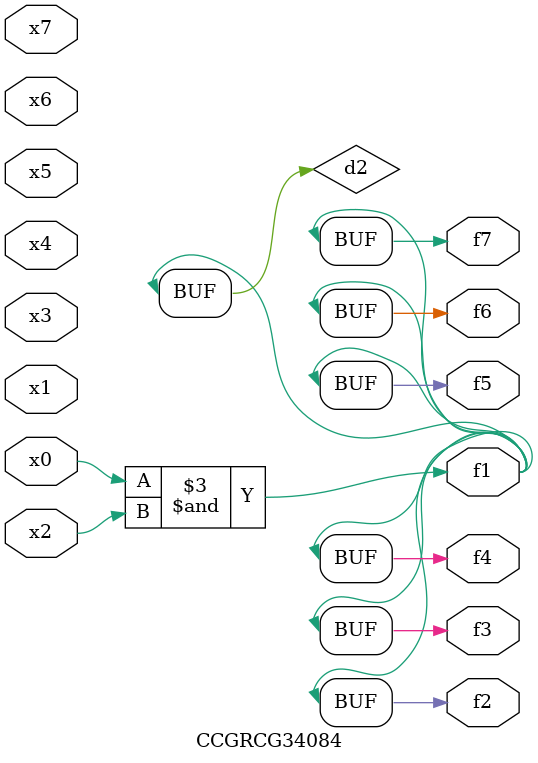
<source format=v>
module CCGRCG34084(
	input x0, x1, x2, x3, x4, x5, x6, x7,
	output f1, f2, f3, f4, f5, f6, f7
);

	wire d1, d2;

	nor (d1, x3, x6);
	and (d2, x0, x2);
	assign f1 = d2;
	assign f2 = d2;
	assign f3 = d2;
	assign f4 = d2;
	assign f5 = d2;
	assign f6 = d2;
	assign f7 = d2;
endmodule

</source>
